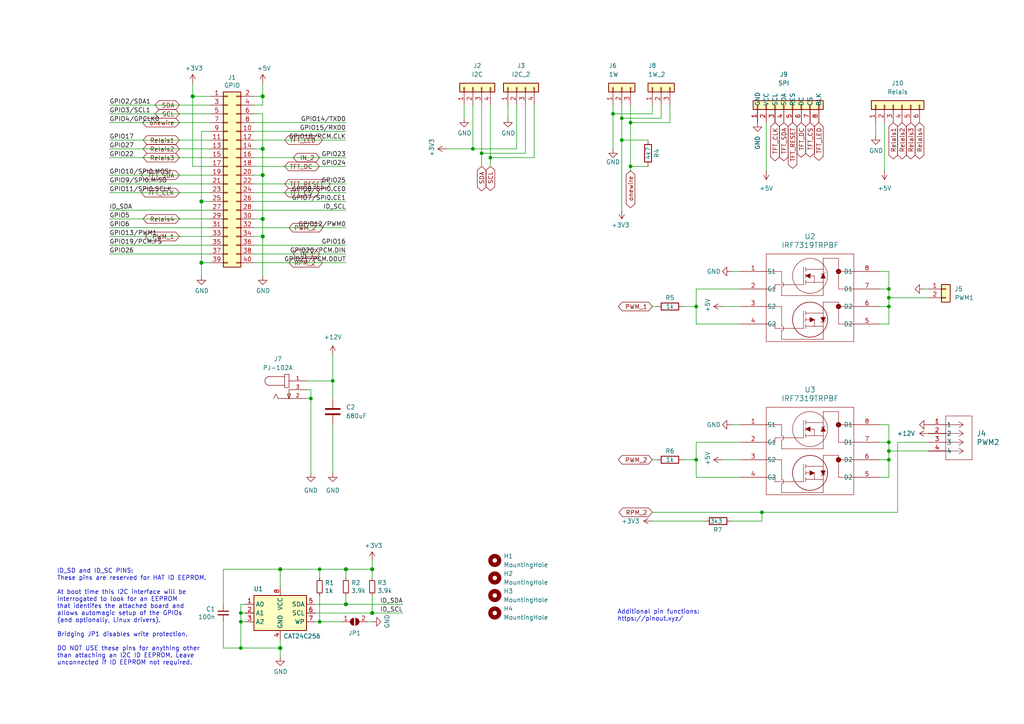
<source format=kicad_sch>
(kicad_sch (version 20230121) (generator eeschema)
  (paper "A4")
  (title_block (date "15 nov 2012"))
  (lib_symbols
    (symbol "Connector_Generic:Conn_01x02" (pin_names (offset 1.016) hide)
      (property "Reference" "J" (at 0 2.54 0))
      (property "Value" "Conn_01x02" (at 0 -5.08 0))
      (symbol "Conn_01x02_1_1"
        (pin passive line (at -5.08 0 0) (length 3.81) (name "Pin_1") (number "1"))
        (pin passive line (at -5.08 -2.54 0) (length 3.81) (name "Pin_2") (number "2"))
      )
    )
    (symbol "Connector_Generic:Conn_01x03" (pin_names (offset 1.016) hide)
      (property "Reference" "J" (at 0 5.08 0))
      (property "Value" "Conn_01x03" (at 0 -5.08 0))
      (symbol "Conn_01x03_1_1"
        (pin passive line (at -5.08 2.54 0) (length 3.81) (name "Pin_1") (number "1"))
        (pin passive line (at -5.08 0 0) (length 3.81) (name "Pin_2") (number "2"))
        (pin passive line (at -5.08 -2.54 0) (length 3.81) (name "Pin_3") (number "3"))
      )
    )
    (symbol "Connector_Generic:Conn_01x04" (pin_names (offset 1.016) hide)
      (property "Reference" "J" (at 0 5.08 0))
      (property "Value" "Conn_01x04" (at 0 -7.62 0))
      (symbol "Conn_01x04_1_1"
        (pin passive line (at -5.08 2.54 0) (length 3.81) (name "Pin_1") (number "1"))
        (pin passive line (at -5.08 0 0) (length 3.81) (name "Pin_2") (number "2"))
        (pin passive line (at -5.08 -2.54 0) (length 3.81) (name "Pin_3") (number "3"))
        (pin passive line (at -5.08 -5.08 0) (length 3.81) (name "Pin_4") (number "4"))
      )
    )
    (symbol "Connector_Generic:Conn_01x06" (pin_names (offset 1.016) hide)
      (property "Reference" "J" (at 0 7.62 0))
      (property "Value" "Conn_01x06" (at 0 -10.16 0))
      (symbol "Conn_01x06_1_1"
        (pin passive line (at -5.08 5.08 0) (length 3.81) (name "Pin_1") (number "1"))
        (pin passive line (at -5.08 2.54 0) (length 3.81) (name "Pin_2") (number "2"))
        (pin passive line (at -5.08 0 0) (length 3.81) (name "Pin_3") (number "3"))
        (pin passive line (at -5.08 -2.54 0) (length 3.81) (name "Pin_4") (number "4"))
        (pin passive line (at -5.08 -5.08 0) (length 3.81) (name "Pin_5") (number "5"))
        (pin passive line (at -5.08 -7.62 0) (length 3.81) (name "Pin_6") (number "6"))
      )
    )
    (symbol "Connector_Generic:Conn_02x20_Odd_Even" (pin_names (offset 1.016) hide)
      (property "Reference" "J" (at 1.27 25.4 0))
      (property "Value" "Conn_02x20_Odd_Even" (at 1.27 -27.94 0))
      (symbol "Conn_02x20_Odd_Even_1_1"
        (pin passive line (at -5.08 22.86 0) (length 3.81) (name "Pin_1") (number "1"))
        (pin passive line (at 7.62 12.7 180) (length 3.81) (name "Pin_10") (number "10"))
        (pin passive line (at -5.08 10.16 0) (length 3.81) (name "Pin_11") (number "11"))
        (pin passive line (at 7.62 10.16 180) (length 3.81) (name "Pin_12") (number "12"))
        (pin passive line (at -5.08 7.62 0) (length 3.81) (name "Pin_13") (number "13"))
        (pin passive line (at 7.62 7.62 180) (length 3.81) (name "Pin_14") (number "14"))
        (pin passive line (at -5.08 5.08 0) (length 3.81) (name "Pin_15") (number "15"))
        (pin passive line (at 7.62 5.08 180) (length 3.81) (name "Pin_16") (number "16"))
        (pin passive line (at -5.08 2.54 0) (length 3.81) (name "Pin_17") (number "17"))
        (pin passive line (at 7.62 2.54 180) (length 3.81) (name "Pin_18") (number "18"))
        (pin passive line (at -5.08 0 0) (length 3.81) (name "Pin_19") (number "19"))
        (pin passive line (at 7.62 22.86 180) (length 3.81) (name "Pin_2") (number "2"))
        (pin passive line (at 7.62 0 180) (length 3.81) (name "Pin_20") (number "20"))
        (pin passive line (at -5.08 -2.54 0) (length 3.81) (name "Pin_21") (number "21"))
        (pin passive line (at 7.62 -2.54 180) (length 3.81) (name "Pin_22") (number "22"))
        (pin passive line (at -5.08 -5.08 0) (length 3.81) (name "Pin_23") (number "23"))
        (pin passive line (at 7.62 -5.08 180) (length 3.81) (name "Pin_24") (number "24"))
        (pin passive line (at -5.08 -7.62 0) (length 3.81) (name "Pin_25") (number "25"))
        (pin passive line (at 7.62 -7.62 180) (length 3.81) (name "Pin_26") (number "26"))
        (pin passive line (at -5.08 -10.16 0) (length 3.81) (name "Pin_27") (number "27"))
        (pin passive line (at 7.62 -10.16 180) (length 3.81) (name "Pin_28") (number "28"))
        (pin passive line (at -5.08 -12.7 0) (length 3.81) (name "Pin_29") (number "29"))
        (pin passive line (at -5.08 20.32 0) (length 3.81) (name "Pin_3") (number "3"))
        (pin passive line (at 7.62 -12.7 180) (length 3.81) (name "Pin_30") (number "30"))
        (pin passive line (at -5.08 -15.24 0) (length 3.81) (name "Pin_31") (number "31"))
        (pin passive line (at 7.62 -15.24 180) (length 3.81) (name "Pin_32") (number "32"))
        (pin passive line (at -5.08 -17.78 0) (length 3.81) (name "Pin_33") (number "33"))
        (pin passive line (at 7.62 -17.78 180) (length 3.81) (name "Pin_34") (number "34"))
        (pin passive line (at -5.08 -20.32 0) (length 3.81) (name "Pin_35") (number "35"))
        (pin passive line (at 7.62 -20.32 180) (length 3.81) (name "Pin_36") (number "36"))
        (pin passive line (at -5.08 -22.86 0) (length 3.81) (name "Pin_37") (number "37"))
        (pin passive line (at 7.62 -22.86 180) (length 3.81) (name "Pin_38") (number "38"))
        (pin passive line (at -5.08 -25.4 0) (length 3.81) (name "Pin_39") (number "39"))
        (pin passive line (at 7.62 20.32 180) (length 3.81) (name "Pin_4") (number "4"))
        (pin passive line (at 7.62 -25.4 180) (length 3.81) (name "Pin_40") (number "40"))
        (pin passive line (at -5.08 17.78 0) (length 3.81) (name "Pin_5") (number "5"))
        (pin passive line (at 7.62 17.78 180) (length 3.81) (name "Pin_6") (number "6"))
        (pin passive line (at -5.08 15.24 0) (length 3.81) (name "Pin_7") (number "7"))
        (pin passive line (at 7.62 15.24 180) (length 3.81) (name "Pin_8") (number "8"))
        (pin passive line (at -5.08 12.7 0) (length 3.81) (name "Pin_9") (number "9"))
      )
    )
    (symbol "Device:C_Small" (pin_numbers hide) (pin_names (offset 0.254) hide)
      (property "Reference" "C" (at 0.254 1.778 0))
      (property "Value" "C_Small" (at 0.254 -2.032 0))
      (symbol "C_Small_1_1"
        (pin passive line (at 0 2.54 270) (length 2.032) (name "~") (number "1"))
        (pin passive line (at 0 -2.54 90) (length 2.032) (name "~") (number "2"))
      )
    )
    (symbol "Device:R_Small" (pin_numbers hide) (pin_names (offset 0.254) hide)
      (property "Reference" "R" (at 0.762 0.508 0))
      (property "Value" "R_Small" (at 0.762 -1.016 0))
      (symbol "R_Small_1_1"
        (pin passive line (at 0 2.54 270) (length 0.762) (name "~") (number "1"))
        (pin passive line (at 0 -2.54 90) (length 0.762) (name "~") (number "2"))
      )
    )
    (symbol "IRF7319TRPBF:IRF7319TRPBF" (pin_names (offset 0.254))
      (property "Reference" "U" (at 20.32 10.16 0))
      (property "Value" "IRF7319TRPBF" (at 20.32 7.62 0))
      (symbol "IRF7319TRPBF_0_1"
        (pin unspecified line (at 0 0 0) (length 7.62) (name "S1") (number "1"))
        (pin unspecified line (at 0 -5.08 0) (length 7.62) (name "G1") (number "2"))
        (pin unspecified line (at 0 -10.16 0) (length 7.62) (name "S2") (number "3"))
        (pin unspecified line (at 0 -15.24 0) (length 7.62) (name "G2") (number "4"))
        (pin unspecified line (at 40.64 -15.24 180) (length 7.62) (name "D2") (number "5"))
        (pin unspecified line (at 40.64 -10.16 180) (length 7.62) (name "D2") (number "6"))
        (pin unspecified line (at 40.64 -5.08 180) (length 7.62) (name "D1") (number "7"))
        (pin unspecified line (at 40.64 0 180) (length 7.62) (name "D1") (number "8"))
      )
    )
    (symbol "Jumper:SolderJumper_2_Open" (pin_names (offset 0) hide)
      (property "Reference" "JP" (at 0 2.032 0))
      (property "Value" "SolderJumper_2_Open" (at 0 -2.54 0))
      (symbol "SolderJumper_2_Open_1_1"
        (pin passive line (at -3.81 0 0) (length 2.54) (name "A") (number "1"))
        (pin passive line (at 3.81 0 180) (length 2.54) (name "B") (number "2"))
      )
    )
    (symbol "Memory_EEPROM:CAT24C256"
      (property "Reference" "U" (at -6.35 6.35 0))
      (property "Value" "CAT24C256" (at 1.27 6.35 0))
      (symbol "CAT24C256_1_1"
        (pin input line (at -10.16 2.54 0) (length 2.54) (name "A0") (number "1"))
        (pin input line (at -10.16 0 0) (length 2.54) (name "A1") (number "2"))
        (pin input line (at -10.16 -2.54 0) (length 2.54) (name "A2") (number "3"))
        (pin power_in line (at 0 -7.62 90) (length 2.54) (name "GND") (number "4"))
        (pin bidirectional line (at 10.16 2.54 180) (length 2.54) (name "SDA") (number "5"))
        (pin input line (at 10.16 0 180) (length 2.54) (name "SCL") (number "6"))
        (pin input line (at 10.16 -2.54 180) (length 2.54) (name "WP") (number "7"))
        (pin power_in line (at 0 7.62 270) (length 2.54) (name "VCC") (number "8"))
      )
    )
    (symbol "PJ_102A:PJ-102A" (pin_names (offset 1.016) hide)
      (property "Reference" "J" (at -7.62 5.08 0))
      (property "Value" "PJ-102A" (at -7.62 -5.08 0))
      (symbol "PJ-102A_0_0"
        (pin passive line (at 5.08 2.54 180) (length 5.08) (name "~") (number "1"))
        (pin passive line (at 5.08 -2.54 180) (length 5.08) (name "~") (number "2"))
        (pin passive line (at 5.08 0 180) (length 5.08) (name "~") (number "3"))
      )
    )
    (symbol "dcc_led_lib:C" (pin_numbers hide) (pin_names (offset 0.254))
      (property "Reference" "C" (at 0.635 2.54 0))
      (property "Value" "C" (at 0.635 -2.54 0))
      (symbol "C_1_1"
        (pin passive line (at 0 3.81 270) (length 2.794) (name "~") (number "1"))
        (pin passive line (at 0 -3.81 90) (length 2.794) (name "~") (number "2"))
      )
    )
    (symbol "dcc_led_lib:MountingHole" (pin_names (offset 1.016))
      (property "Reference" "H" (at 0 5.08 0))
      (property "Value" "MountingHole" (at 0 3.175 0))
    )
    (symbol "dcc_led_lib:R" (pin_numbers hide) (pin_names (offset 0))
      (property "Reference" "R" (at 2.032 0 90))
      (property "Value" "R" (at 0 0 90))
      (symbol "R_1_1"
        (pin passive line (at 0 3.81 270) (length 1.27) (name "~") (number "1"))
        (pin passive line (at 0 -3.81 90) (length 1.27) (name "~") (number "2"))
      )
    )
    (symbol "ownlib:2.0_TFT_240x320_RGB" (pin_names (offset 1.016))
      (property "Reference" "J" (at 0 10.16 0))
      (property "Value" "2.0_TFT_240x320_RGB" (at 0 -12.7 0))
      (symbol "2.0_TFT_240x320_RGB_1_1"
        (pin passive line (at -5.08 7.62 0) (length 3.81) (name "GND") (number "1"))
        (pin passive line (at -5.08 5.08 0) (length 3.81) (name "VCC") (number "2"))
        (pin passive line (at -5.08 2.54 0) (length 3.81) (name "SCL") (number "3"))
        (pin passive line (at -5.08 0 0) (length 3.81) (name "SDA") (number "4"))
        (pin passive line (at -5.08 -2.54 0) (length 3.81) (name "RES") (number "5"))
        (pin passive line (at -5.08 -5.08 0) (length 3.81) (name "DC") (number "6"))
        (pin passive line (at -5.08 -7.62 0) (length 3.81) (name "CS") (number "7"))
        (pin passive line (at -5.08 -10.16 0) (length 3.81) (name "BLK") (number "8"))
      )
    )
    (symbol "power:+12V" (power) (pin_names (offset 0))
      (property "Value" "+12V" (at 0 3.556 0))
      (symbol "+12V_1_1"
        (pin power_in line (at 0 0 90) (length 0) hide (name "+12V") (number "1"))
      )
    )
    (symbol "power:+3.3V" (power) (pin_names (offset 0))
      (property "Value" "+3.3V" (at 0 3.556 0))
      (symbol "+3.3V_1_1"
        (pin power_in line (at 0 0 90) (length 0) hide (name "+3V3") (number "1"))
      )
    )
    (symbol "power:+5V" (power) (pin_names (offset 0))
      (property "Value" "+5V" (at 0 3.556 0))
      (symbol "+5V_1_1"
        (pin power_in line (at 0 0 90) (length 0) hide (name "+5V") (number "1"))
      )
    )
    (symbol "power:GND" (power) (pin_names (offset 0))
      (property "Value" "GND" (at 0 -3.81 0))
      (symbol "GND_1_1"
        (pin power_in line (at 0 0 270) (length 0) hide (name "GND") (number "1"))
      )
    )
    (symbol "pwm_header_4pin:470531000" (pin_names (offset 0.254))
      (property "Reference" "J" (at 8.89 6.35 0))
      (property "Value" "470531000" (at 0 0 0))
      (symbol "470531000_1_1"
        (pin unspecified line (at 0 0 0) (length 5.08) (name "1") (number "1"))
        (pin unspecified line (at 0 -2.54 0) (length 5.08) (name "2") (number "2"))
        (pin unspecified line (at 0 -5.08 0) (length 5.08) (name "3") (number "3"))
        (pin unspecified line (at 0 -7.62 0) (length 5.08) (name "4") (number "4"))
      )
      (symbol "470531000_1_2"
        (pin unspecified line (at 0 0 0) (length 5.08) (name "1") (number "1"))
        (pin unspecified line (at 0 -2.54 0) (length 5.08) (name "2") (number "2"))
        (pin unspecified line (at 0 -5.08 0) (length 5.08) (name "3") (number "3"))
        (pin unspecified line (at 0 -7.62 0) (length 5.08) (name "4") (number "4"))
      )
    )
  )
  (junction (at 137.16 43.18))
  (junction (at 257.81 83.82))
  (junction (at 76.2 63.5) (diameter 1.016))
  (junction (at 107.95 165.1) (diameter 1.016))
  (junction (at 257.81 88.9))
  (junction (at 55.88 27.94) (diameter 1.016))
  (junction (at 257.81 128.27))
  (junction (at 76.2 68.58) (diameter 1.016))
  (junction (at 100.33 175.26) (diameter 1.016))
  (junction (at 257.81 86.36))
  (junction (at 220.98 148.59))
  (junction (at 92.71 165.1))
  (junction (at 257.81 130.81))
  (junction (at 180.34 34.29))
  (junction (at 69.85 180.34))
  (junction (at 58.42 58.42) (diameter 1.016))
  (junction (at 182.88 48.26))
  (junction (at 96.52 110.49))
  (junction (at 90.17 115.57))
  (junction (at 76.2 50.8) (diameter 1.016))
  (junction (at 142.24 45.72))
  (junction (at 201.93 88.9))
  (junction (at 201.93 133.35))
  (junction (at 76.2 43.18) (diameter 1.016))
  (junction (at 100.33 165.1) (diameter 1.016))
  (junction (at 177.8 33.02))
  (junction (at 182.88 35.56))
  (junction (at 139.7 44.45))
  (junction (at 257.81 133.35))
  (junction (at 81.28 187.96) (diameter 1.016))
  (junction (at 81.28 165.1) (diameter 1.016))
  (junction (at 92.71 180.34))
  (junction (at 69.85 187.96))
  (junction (at 180.34 40.64))
  (junction (at 58.42 76.2) (diameter 1.016))
  (junction (at 69.85 177.8))
  (junction (at 76.2 27.94) (diameter 1.016))
  (junction (at 107.95 177.8) (diameter 1.016))
  (wire (pts (xy 209.55 133.35) (xy 214.63 133.35)))
  (wire (pts (xy 58.42 58.42) (xy 58.42 76.2)))
  (wire (pts (xy 96.52 123.19) (xy 96.52 137.16)))
  (wire (pts (xy 73.66 58.42) (xy 100.33 58.42)))
  (wire (pts (xy 69.85 177.8) (xy 69.85 180.34)))
  (wire (pts (xy 257.81 86.36) (xy 269.24 86.36)))
  (wire (pts (xy 31.75 40.64) (xy 60.96 40.64)))
  (wire (pts (xy 81.28 165.1) (xy 92.71 165.1)))
  (wire (pts (xy 107.95 165.1) (xy 100.33 165.1)))
  (wire (pts (xy 107.95 167.64) (xy 107.95 165.1)))
  (wire (pts (xy 76.2 33.02) (xy 76.2 43.18)))
  (wire (pts (xy 257.81 83.82) (xy 257.81 78.74)))
  (wire (pts (xy 76.2 50.8) (xy 73.66 50.8)))
  (wire (pts (xy 189.23 30.48) (xy 189.23 33.02)))
  (wire (pts (xy 76.2 63.5) (xy 76.2 68.58)))
  (wire (pts (xy 177.8 30.48) (xy 177.8 33.02)))
  (wire (pts (xy 73.66 45.72) (xy 100.33 45.72)))
  (wire (pts (xy 201.93 133.35) (xy 201.93 138.43)))
  (wire (pts (xy 214.63 83.82) (xy 201.93 83.82)))
  (wire (pts (xy 198.12 88.9) (xy 201.93 88.9)))
  (wire (pts (xy 96.52 115.57) (xy 96.52 110.49)))
  (wire (pts (xy 255.27 128.27) (xy 257.81 128.27)))
  (wire (pts (xy 194.31 35.56) (xy 182.88 35.56)))
  (wire (pts (xy 257.81 78.74) (xy 255.27 78.74)))
  (wire (pts (xy 76.2 50.8) (xy 76.2 63.5)))
  (wire (pts (xy 255.27 88.9) (xy 257.81 88.9)))
  (wire (pts (xy 73.66 35.56) (xy 100.33 35.56)))
  (wire (pts (xy 182.88 48.26) (xy 182.88 49.53)))
  (wire (pts (xy 96.52 102.87) (xy 96.52 110.49)))
  (wire (pts (xy 58.42 38.1) (xy 58.42 58.42)))
  (wire (pts (xy 180.34 40.64) (xy 180.34 60.96)))
  (wire (pts (xy 257.81 128.27) (xy 257.81 123.19)))
  (wire (pts (xy 91.44 175.26) (xy 100.33 175.26)))
  (wire (pts (xy 100.33 175.26) (xy 116.84 175.26)))
  (wire (pts (xy 212.09 78.74) (xy 214.63 78.74)))
  (wire (pts (xy 257.81 86.36) (xy 257.81 88.9)))
  (wire (pts (xy 58.42 38.1) (xy 60.96 38.1)))
  (wire (pts (xy 91.44 180.34) (xy 92.71 180.34)))
  (wire (pts (xy 106.68 180.34) (xy 107.95 180.34)))
  (wire (pts (xy 73.66 55.88) (xy 100.33 55.88)))
  (wire (pts (xy 189.23 151.13) (xy 204.47 151.13)))
  (wire (pts (xy 31.75 60.96) (xy 60.96 60.96)))
  (wire (pts (xy 190.5 133.35) (xy 189.23 133.35)))
  (wire (pts (xy 189.23 148.59) (xy 220.98 148.59)))
  (wire (pts (xy 214.63 128.27) (xy 201.93 128.27)))
  (wire (pts (xy 31.75 63.5) (xy 60.96 63.5)))
  (wire (pts (xy 149.86 30.48) (xy 149.86 43.18)))
  (wire (pts (xy 58.42 58.42) (xy 60.96 58.42)))
  (wire (pts (xy 107.95 162.56) (xy 107.95 165.1)))
  (wire (pts (xy 254 35.56) (xy 254 39.37)))
  (wire (pts (xy 81.28 165.1) (xy 81.28 170.18)))
  (wire (pts (xy 147.32 30.48) (xy 147.32 34.29)))
  (wire (pts (xy 257.81 138.43) (xy 257.81 133.35)))
  (wire (pts (xy 180.34 30.48) (xy 180.34 34.29)))
  (wire (pts (xy 256.54 35.56) (xy 256.54 49.53)))
  (wire (pts (xy 73.66 76.2) (xy 100.33 76.2)))
  (wire (pts (xy 58.42 76.2) (xy 58.42 80.01)))
  (wire (pts (xy 31.75 43.18) (xy 60.96 43.18)))
  (wire (pts (xy 107.95 172.72) (xy 107.95 177.8)))
  (wire (pts (xy 55.88 24.13) (xy 55.88 27.94)))
  (wire (pts (xy 180.34 34.29) (xy 180.34 40.64)))
  (wire (pts (xy 152.4 30.48) (xy 152.4 44.45)))
  (wire (pts (xy 177.8 33.02) (xy 177.8 43.18)))
  (wire (pts (xy 31.75 73.66) (xy 60.96 73.66)))
  (wire (pts (xy 76.2 68.58) (xy 73.66 68.58)))
  (wire (pts (xy 201.93 88.9) (xy 201.93 93.98)))
  (wire (pts (xy 31.75 33.02) (xy 60.96 33.02)))
  (wire (pts (xy 90.17 113.03) (xy 90.17 115.57)))
  (wire (pts (xy 182.88 48.26) (xy 187.96 48.26)))
  (wire (pts (xy 194.31 30.48) (xy 194.31 35.56)))
  (wire (pts (xy 255.27 93.98) (xy 257.81 93.98)))
  (wire (pts (xy 269.24 128.27) (xy 260.35 128.27)))
  (wire (pts (xy 31.75 55.88) (xy 60.96 55.88)))
  (wire (pts (xy 201.93 128.27) (xy 201.93 133.35)))
  (wire (pts (xy 257.81 130.81) (xy 269.24 130.81)))
  (wire (pts (xy 201.93 138.43) (xy 214.63 138.43)))
  (wire (pts (xy 31.75 35.56) (xy 60.96 35.56)))
  (wire (pts (xy 55.88 48.26) (xy 60.96 48.26)))
  (wire (pts (xy 260.35 148.59) (xy 220.98 148.59)))
  (wire (pts (xy 60.96 30.48) (xy 31.75 30.48)))
  (wire (pts (xy 76.2 27.94) (xy 76.2 30.48)))
  (wire (pts (xy 92.71 172.72) (xy 92.71 180.34)))
  (wire (pts (xy 180.34 40.64) (xy 187.96 40.64)))
  (wire (pts (xy 76.2 43.18) (xy 76.2 50.8)))
  (wire (pts (xy 220.98 151.13) (xy 220.98 148.59)))
  (wire (pts (xy 73.66 40.64) (xy 100.33 40.64)))
  (wire (pts (xy 76.2 43.18) (xy 73.66 43.18)))
  (wire (pts (xy 212.09 151.13) (xy 220.98 151.13)))
  (wire (pts (xy 92.71 165.1) (xy 92.71 167.64)))
  (wire (pts (xy 90.17 113.03) (xy 88.9 113.03)))
  (wire (pts (xy 257.81 83.82) (xy 257.81 86.36)))
  (wire (pts (xy 76.2 24.13) (xy 76.2 27.94)))
  (wire (pts (xy 134.62 34.29) (xy 134.62 30.48)))
  (wire (pts (xy 100.33 165.1) (xy 100.33 167.64)))
  (wire (pts (xy 76.2 27.94) (xy 73.66 27.94)))
  (wire (pts (xy 55.88 27.94) (xy 55.88 48.26)))
  (wire (pts (xy 267.97 83.82) (xy 269.24 83.82)))
  (wire (pts (xy 69.85 180.34) (xy 71.12 180.34)))
  (wire (pts (xy 73.66 48.26) (xy 100.33 48.26)))
  (wire (pts (xy 73.66 38.1) (xy 100.33 38.1)))
  (wire (pts (xy 100.33 172.72) (xy 100.33 175.26)))
  (wire (pts (xy 201.93 93.98) (xy 214.63 93.98)))
  (wire (pts (xy 91.44 177.8) (xy 107.95 177.8)))
  (wire (pts (xy 107.95 177.8) (xy 116.84 177.8)))
  (wire (pts (xy 69.85 175.26) (xy 69.85 177.8)))
  (wire (pts (xy 31.75 45.72) (xy 60.96 45.72)))
  (wire (pts (xy 31.75 53.34) (xy 60.96 53.34)))
  (wire (pts (xy 92.71 180.34) (xy 99.06 180.34)))
  (wire (pts (xy 201.93 83.82) (xy 201.93 88.9)))
  (wire (pts (xy 154.94 45.72) (xy 142.24 45.72)))
  (wire (pts (xy 260.35 128.27) (xy 260.35 148.59)))
  (wire (pts (xy 90.17 115.57) (xy 90.17 137.16)))
  (wire (pts (xy 139.7 44.45) (xy 152.4 44.45)))
  (wire (pts (xy 191.77 34.29) (xy 180.34 34.29)))
  (wire (pts (xy 31.75 71.12) (xy 60.96 71.12)))
  (wire (pts (xy 31.75 66.04) (xy 60.96 66.04)))
  (wire (pts (xy 190.5 88.9) (xy 189.23 88.9)))
  (wire (pts (xy 139.7 44.45) (xy 139.7 30.48)))
  (wire (pts (xy 76.2 30.48) (xy 73.66 30.48)))
  (wire (pts (xy 198.12 133.35) (xy 201.93 133.35)))
  (wire (pts (xy 149.86 43.18) (xy 137.16 43.18)))
  (wire (pts (xy 88.9 115.57) (xy 90.17 115.57)))
  (wire (pts (xy 73.66 71.12) (xy 100.33 71.12)))
  (wire (pts (xy 142.24 45.72) (xy 142.24 30.48)))
  (wire (pts (xy 255.27 138.43) (xy 257.81 138.43)))
  (wire (pts (xy 73.66 66.04) (xy 100.33 66.04)))
  (wire (pts (xy 58.42 76.2) (xy 60.96 76.2)))
  (wire (pts (xy 255.27 133.35) (xy 257.81 133.35)))
  (wire (pts (xy 73.66 73.66) (xy 100.33 73.66)))
  (wire (pts (xy 92.71 165.1) (xy 100.33 165.1)))
  (wire (pts (xy 182.88 30.48) (xy 182.88 35.56)))
  (wire (pts (xy 76.2 33.02) (xy 73.66 33.02)))
  (wire (pts (xy 142.24 45.72) (xy 142.24 48.26)))
  (wire (pts (xy 209.55 88.9) (xy 214.63 88.9)))
  (wire (pts (xy 257.81 123.19) (xy 255.27 123.19)))
  (wire (pts (xy 212.09 123.19) (xy 214.63 123.19)))
  (wire (pts (xy 189.23 33.02) (xy 177.8 33.02)))
  (wire (pts (xy 139.7 48.26) (xy 139.7 44.45)))
  (wire (pts (xy 64.77 165.1) (xy 64.77 175.26)))
  (wire (pts (xy 64.77 180.34) (xy 64.77 187.96)))
  (wire (pts (xy 64.77 187.96) (xy 69.85 187.96)))
  (wire (pts (xy 81.28 165.1) (xy 64.77 165.1)))
  (wire (pts (xy 81.28 185.42) (xy 81.28 187.96)))
  (wire (pts (xy 81.28 187.96) (xy 81.28 190.5)))
  (wire (pts (xy 154.94 30.48) (xy 154.94 45.72)))
  (wire (pts (xy 71.12 175.26) (xy 69.85 175.26)))
  (wire (pts (xy 76.2 68.58) (xy 76.2 80.01)))
  (wire (pts (xy 73.66 53.34) (xy 100.33 53.34)))
  (wire (pts (xy 31.75 68.58) (xy 60.96 68.58)))
  (wire (pts (xy 182.88 35.56) (xy 182.88 48.26)))
  (wire (pts (xy 257.81 128.27) (xy 257.81 130.81)))
  (wire (pts (xy 69.85 180.34) (xy 69.85 187.96)))
  (wire (pts (xy 191.77 30.48) (xy 191.77 34.29)))
  (wire (pts (xy 76.2 63.5) (xy 73.66 63.5)))
  (wire (pts (xy 257.81 93.98) (xy 257.81 88.9)))
  (wire (pts (xy 255.27 83.82) (xy 257.81 83.82)))
  (wire (pts (xy 137.16 43.18) (xy 137.16 30.48)))
  (wire (pts (xy 55.88 27.94) (xy 60.96 27.94)))
  (wire (pts (xy 69.85 187.96) (xy 81.28 187.96)))
  (wire (pts (xy 69.85 177.8) (xy 71.12 177.8)))
  (wire (pts (xy 257.81 130.81) (xy 257.81 133.35)))
  (wire (pts (xy 88.9 110.49) (xy 96.52 110.49)))
  (wire (pts (xy 222.25 35.56) (xy 222.25 49.53)))
  (wire (pts (xy 129.54 43.18) (xy 137.16 43.18)))
  (wire (pts (xy 60.96 50.8) (xy 31.75 50.8)))
  (wire (pts (xy 73.66 60.96) (xy 100.33 60.96)))
  (text "ID_SD and ID_SC PINS:\nThese pins are reserved for HAT ID EEPROM.\n\nAt boot time this I2C interface will be\ninterrogated to look for an EEPROM\nthat identifes the attached board and\nallows automagic setup of the GPIOs\n(and optionally, Linux drivers).\n\nBridging JP1 disables write protection.\n\nDO NOT USE these pins for anything other\nthan attaching an I2C ID EEPROM. Leave\nunconnected if ID EEPROM not required." (at 16.51 193.04 0) (effects (font (size 1.27 1.27)) (justify left bottom)))
  (text "Additional pin functions:\nhttps://pinout.xyz/" (at 179.07 180.34 0) (effects (font (size 1.27 1.27)) (justify left bottom)))
  (label "ID_SDA" (at 31.75 60.96 0))
  (label "GPIO6" (at 31.75 66.04 0))
  (label "ID_SDA" (at 116.84 175.26 180))
  (label "ID_SCL" (at 100.33 60.96 180))
  (label "GPIO5" (at 31.75 63.5 0))
  (label "GPIO21{slash}PCM.DOUT" (at 100.33 76.2 180))
  (label "GPIO19{slash}PCM.FS" (at 31.75 71.12 0))
  (label "GPIO10{slash}SPI0.MOSI" (at 31.75 50.8 0))
  (label "GPIO9{slash}SPI0.MISO" (at 31.75 53.34 0))
  (label "GPIO23" (at 100.33 45.72 180))
  (label "GPIO4{slash}GPCLK0" (at 31.75 35.56 0))
  (label "GPIO27" (at 31.75 43.18 0))
  (label "GPIO26" (at 31.75 73.66 0))
  (label "GPIO14{slash}TXD0" (at 100.33 35.56 180))
  (label "GPIO8{slash}SPI0.CE0" (at 100.33 55.88 180))
  (label "GPIO15{slash}RXD0" (at 100.33 38.1 180))
  (label "GPIO16" (at 100.33 71.12 180))
  (label "GPIO22" (at 31.75 45.72 0))
  (label "GPIO2{slash}SDA1" (at 31.75 30.48 0))
  (label "GPIO17" (at 31.75 40.64 0))
  (label "GPIO25" (at 100.33 53.34 180))
  (label "GPIO3{slash}SCL1" (at 31.75 33.02 0))
  (label "GPIO18{slash}PCM.CLK" (at 100.33 40.64 180))
  (label "GPIO12{slash}PWM0" (at 100.33 66.04 180))
  (label "GPIO13{slash}PWM1" (at 31.75 68.58 0))
  (label "GPIO20{slash}PCM.DIN" (at 100.33 73.66 180))
  (label "GPIO24" (at 100.33 48.26 180))
  (label "GPIO7{slash}SPI0.CE1" (at 100.33 58.42 180))
  (label "ID_SCL" (at 116.84 177.8 180))
  (label "GPIO11{slash}SPI0.SCLK" (at 31.75 55.88 0))
  (global_label "TFT_LED" (shape bidirectional) (at 237.49 35.56 270) (property "Intersheetrefs" "${INTERSHEET_REFS}" (effects hide)))
  (global_label "PWM_2" (shape bidirectional) (at 189.23 133.35 180) (property "Intersheetrefs" "${INTERSHEET_REFS}" (effects hide)))
  (global_label "Relais1" (shape bidirectional) (at 52.07 40.64 180) (property "Intersheetrefs" "${INTERSHEET_REFS}" (effects hide)))
  (global_label "SCL" (shape bidirectional) (at 142.24 48.26 270) (property "Intersheetrefs" "${INTERSHEET_REFS}" (effects hide)))
  (global_label "TFT_CLK" (shape bidirectional) (at 224.79 35.56 270) (property "Intersheetrefs" "${INTERSHEET_REFS}" (effects hide)))
  (global_label "Relais2" (shape bidirectional) (at 261.62 35.56 270) (property "Intersheetrefs" "${INTERSHEET_REFS}" (effects hide)))
  (global_label "Relais3" (shape bidirectional) (at 52.07 45.72 180) (property "Intersheetrefs" "${INTERSHEET_REFS}" (effects hide)))
  (global_label "RPM_2" (shape bidirectional) (at 83.82 76.2 0) (property "Intersheetrefs" "${INTERSHEET_REFS}" (effects hide)))
  (global_label "TFT_RESET" (shape bidirectional) (at 229.87 35.56 270) (property "Intersheetrefs" "${INTERSHEET_REFS}" (effects hide)))
  (global_label "Relais4" (shape bidirectional) (at 266.7 35.56 270) (property "Intersheetrefs" "${INTERSHEET_REFS}" (effects hide)))
  (global_label "TFT_DC" (shape bidirectional) (at 82.55 48.26 0) (property "Intersheetrefs" "${INTERSHEET_REFS}" (effects hide)))
  (global_label "IN_2" (shape bidirectional) (at 92.71 45.72 180) (property "Intersheetrefs" "${INTERSHEET_REFS}" (effects hide)))
  (global_label "TFT_DC" (shape bidirectional) (at 232.41 35.56 270) (property "Intersheetrefs" "${INTERSHEET_REFS}" (effects hide)))
  (global_label "Relais3" (shape bidirectional) (at 264.16 35.56 270) (property "Intersheetrefs" "${INTERSHEET_REFS}" (effects hide)))
  (global_label "SCL" (shape bidirectional) (at 52.07 33.02 180) (property "Intersheetrefs" "${INTERSHEET_REFS}" (effects hide)))
  (global_label "TFT_CS" (shape bidirectional) (at 234.95 35.56 270) (property "Intersheetrefs" "${INTERSHEET_REFS}" (effects hide)))
  (global_label "Relais2" (shape bidirectional) (at 52.07 43.18 180) (property "Intersheetrefs" "${INTERSHEET_REFS}" (effects hide)))
  (global_label "TFT_SDA" (shape bidirectional) (at 227.33 35.56 270) (property "Intersheetrefs" "${INTERSHEET_REFS}" (effects hide)))
  (global_label "PWM_1" (shape bidirectional) (at 189.23 88.9 180) (property "Intersheetrefs" "${INTERSHEET_REFS}" (effects hide)))
  (global_label "TFT_SDA" (shape bidirectional) (at 52.07 50.8 180) (property "Intersheetrefs" "${INTERSHEET_REFS}" (effects hide)))
  (global_label "RPM_2" (shape bidirectional) (at 189.23 148.59 180) (property "Intersheetrefs" "${INTERSHEET_REFS}" (effects hide)))
  (global_label "SDA" (shape bidirectional) (at 52.07 30.48 180) (property "Intersheetrefs" "${INTERSHEET_REFS}" (effects hide)))
  (global_label "TFT_RESET" (shape bidirectional) (at 82.55 53.34 0) (property "Intersheetrefs" "${INTERSHEET_REFS}" (effects hide)))
  (global_label "SDA" (shape bidirectional) (at 139.7 48.26 270) (property "Intersheetrefs" "${INTERSHEET_REFS}" (effects hide)))
  (global_label "TFT_CLK" (shape bidirectional) (at 52.07 55.88 180) (property "Intersheetrefs" "${INTERSHEET_REFS}" (effects hide)))
  (global_label "PWM_2" (shape bidirectional) (at 83.82 66.04 0) (property "Intersheetrefs" "${INTERSHEET_REFS}" (effects hide)))
  (global_label "TFT_LED" (shape bidirectional) (at 82.55 40.64 0) (property "Intersheetrefs" "${INTERSHEET_REFS}" (effects hide)))
  (global_label "IN_1" (shape bidirectional) (at 92.71 73.66 180) (property "Intersheetrefs" "${INTERSHEET_REFS}" (effects hide)))
  (global_label "onewire" (shape bidirectional) (at 52.07 35.56 180) (property "Intersheetrefs" "${INTERSHEET_REFS}" (effects hide)))
  (global_label "PWM_1" (shape bidirectional) (at 52.07 68.58 180) (property "Intersheetrefs" "${INTERSHEET_REFS}" (effects hide)))
  (global_label "Relais4" (shape bidirectional) (at 52.07 63.5 180) (property "Intersheetrefs" "${INTERSHEET_REFS}" (effects hide)))
  (global_label "TFT_CS" (shape bidirectional) (at 82.55 55.88 0) (property "Intersheetrefs" "${INTERSHEET_REFS}" (effects hide)))
  (global_label "onewire" (shape bidirectional) (at 182.88 49.53 270) (property "Intersheetrefs" "${INTERSHEET_REFS}" (effects hide)))
  (global_label "Relais1" (shape bidirectional) (at 259.08 35.56 270) (property "Intersheetrefs" "${INTERSHEET_REFS}" (effects hide)))
  (symbol (lib_id "power:+5V") (at 76.2 24.13 0) (unit 1)
    (property "Reference" "#PWR03" (effects hide))
    (property "Value" "+5V" (at 76.5683 19.8056 0))
  )
  (symbol (lib_id "power:+3.3V") (at 55.88 24.13 0) (unit 1)
    (property "Reference" "#PWR01" (effects hide))
    (property "Value" "+3.3V" (at 56.2483 19.8056 0))
  )
  (symbol (lib_id "power:GND") (at 76.2 80.01 0) (unit 1)
    (property "Reference" "#PWR04" (effects hide))
    (property "Value" "GND" (at 76.3143 84.3344 0))
  )
  (symbol (lib_id "power:GND") (at 58.42 80.01 0) (unit 1)
    (property "Reference" "#PWR02" (effects hide))
    (property "Value" "GND" (at 58.5343 84.3344 0))
  )
  (symbol (lib_id "Connector_Generic:Conn_02x20_Odd_Even") (at 66.04 50.8 0) (unit 1)
    (property "Reference" "J1" (at 67.31 22.4598 0))
    (property "Value" "GPIO" (at 67.31 24.765 0))
    (property "Footprint" "Connector_PinSocket_2.54mm:PinSocket_2x20_P2.54mm_Vertical" (effects hide))
  )
  (symbol (lib_id "power:GND") (at 90.17 137.16 0) (unit 1)
    (property "Reference" "#PWR012" (effects hide))
    (property "Value" "GND" (at 90.17 142.24 0))
  )
  (symbol (lib_id "power:GND") (at 267.97 83.82 270) (unit 1)
    (property "Reference" "#PWR015" (effects hide))
    (property "Value" "GND" (effects hide))
  )
  (symbol (lib_id "power:GND") (at 96.52 137.16 0) (unit 1)
    (property "Reference" "#PWR020" (effects hide))
    (property "Value" "GND" (at 96.52 142.24 0))
  )
  (symbol (lib_id "Device:C_Small") (at 64.77 177.8 0) (unit 1)
    (property "Reference" "C1" (at 62.4458 176.6506 0) (effects (justify right)))
    (property "Value" "100n" (at 62.4458 178.9493 0) (effects (justify right)))
    (property "Footprint" "Capacitor_SMD:C_0603_1608Metric_Pad1.08x0.95mm_HandSolder" (effects hide))
  )
  (symbol (lib_id "dcc_led_lib:R") (at 194.31 88.9 90) (unit 1)
    (property "Reference" "R5" (at 194.31 86.36 90))
    (property "Value" "1k" (at 194.31 88.9 90))
    (property "Footprint" "Resistor_SMD:R_0603_1608Metric_Pad0.98x0.95mm_HandSolder" (effects hide))
  )
  (symbol (lib_id "power:+3.3V") (at 189.23 151.13 90) (unit 1)
    (property "Reference" "#PWR026" (effects hide))
    (property "Value" "+3.3V" (at 182.88 151.13 90))
  )
  (symbol (lib_id "Connector_Generic:Conn_01x03") (at 191.77 25.4 90) (unit 1)
    (property "Reference" "J8" (at 187.96 19.05 90) (effects (justify right)))
    (property "Value" "1W_2" (at 187.96 21.59 90) (effects (justify right)))
    (property "Footprint" "Connector_PinHeader_2.54mm:PinHeader_1x03_P2.54mm_Vertical" (effects hide))
  )
  (symbol (lib_id "Device:R_Small") (at 100.33 170.18 0) (unit 1)
    (property "Reference" "R2" (at 101.8286 169.037 0) (effects (justify left)))
    (property "Value" "3.9k" (at 101.8287 171.3293 0) (effects (justify left)))
    (property "Footprint" "Resistor_SMD:R_0603_1608Metric_Pad0.98x0.95mm_HandSolder" (effects hide))
  )
  (symbol (lib_id "Connector_Generic:Conn_01x04") (at 137.16 25.4 90) (unit 1)
    (property "Reference" "J2" (at 138.43 19.05 90))
    (property "Value" "I2C" (at 138.43 21.59 90))
    (property "Footprint" "TerminalBlock_MetzConnect:TerminalBlock_MetzConnect_Type059_RT06304HBWC_1x04_P3.50mm_Horizontal" (effects hide))
  )
  (symbol (lib_id "power:GND") (at 212.09 123.19 270) (unit 1)
    (property "Reference" "#PWR027" (effects hide))
    (property "Value" "GND" (at 207.01 123.19 90))
  )
  (symbol (lib_id "dcc_led_lib:R") (at 194.31 133.35 90) (unit 1)
    (property "Reference" "R6" (at 194.31 130.81 90))
    (property "Value" "1k" (at 194.31 133.35 90))
    (property "Footprint" "Resistor_SMD:R_0603_1608Metric_Pad0.98x0.95mm_HandSolder" (effects hide))
  )
  (symbol (lib_id "dcc_led_lib:MountingHole") (at 143.51 172.72 0) (unit 1)
    (property "Reference" "H3" (at 146.05 171.45 0) (effects (justify left)))
    (property "Value" "MountingHole" (at 146.05 173.99 0) (effects (justify left)))
    (property "Footprint" "MountingHole:MountingHole_2.7mm_M2.5" (effects hide))
  )
  (symbol (lib_id "power:GND") (at 134.62 34.29 0) (unit 1)
    (property "Reference" "#PWR010" (effects hide))
    (property "Value" "GND" (at 134.7343 38.6144 0))
  )
  (symbol (lib_id "power:GND") (at 219.71 35.56 0) (unit 1)
    (property "Reference" "#PWR016" (effects hide))
    (property "Value" "GND" (at 219.71 39.37 90) (effects (justify right)))
  )
  (symbol (lib_id "Device:R_Small") (at 92.71 170.18 0) (unit 1)
    (property "Reference" "R1" (at 94.2086 169.037 0) (effects (justify left)))
    (property "Value" "1k" (at 94.2087 171.3293 0) (effects (justify left)))
    (property "Footprint" "Resistor_SMD:R_0603_1608Metric_Pad0.98x0.95mm_HandSolder" (effects hide))
  )
  (symbol (lib_id "Jumper:SolderJumper_2_Open") (at 102.87 180.34 0) (unit 1)
    (property "Reference" "JP1" (at 102.87 183.623 0))
    (property "Value" "ID_WP" (effects hide))
    (property "Footprint" "Jumper:SolderJumper-2_P1.3mm_Open_RoundedPad1.0x1.5mm" (effects hide))
  )
  (symbol (lib_id "power:GND") (at 177.8 43.18 0) (unit 1)
    (property "Reference" "#PWR014" (effects hide))
    (property "Value" "GND" (at 177.8 46.99 0))
  )
  (symbol (lib_id "dcc_led_lib:C") (at 96.52 119.38 0) (unit 1)
    (property "Reference" "C2" (at 100.33 118.11 0) (effects (justify left)))
    (property "Value" "680uF" (at 100.33 120.65 0) (effects (justify left)))
    (property "Footprint" "Capacitor_SMD:C_1206_3216Metric_Pad1.33x1.80mm_HandSolder" (effects hide))
  )
  (symbol (lib_id "Device:R_Small") (at 107.95 170.18 0) (unit 1)
    (property "Reference" "R3" (at 109.4486 169.037 0) (effects (justify left)))
    (property "Value" "3.9k" (at 109.4487 171.3293 0) (effects (justify left)))
    (property "Footprint" "Resistor_SMD:R_0603_1608Metric_Pad0.98x0.95mm_HandSolder" (effects hide))
  )
  (symbol (lib_id "power:GND") (at 212.09 78.74 270) (unit 1)
    (property "Reference" "#PWR028" (effects hide))
    (property "Value" "GND" (at 207.01 78.74 90))
  )
  (symbol (lib_id "power:+3.3V") (at 107.95 162.56 0) (unit 1)
    (property "Reference" "#PWR06" (effects hide))
    (property "Value" "+3.3V" (at 108.3183 158.2356 0))
  )
  (symbol (lib_id "dcc_led_lib:MountingHole") (at 143.51 177.8 0) (unit 1)
    (property "Reference" "H4" (at 146.05 176.53 0) (effects (justify left)))
    (property "Value" "MountingHole" (at 146.05 179.07 0) (effects (justify left)))
    (property "Footprint" "MountingHole:MountingHole_2.7mm_M2.5" (effects hide))
  )
  (symbol (lib_id "ownlib:2.0_TFT_240x320_RGB") (at 227.33 30.48 90) (unit 1)
    (property "Reference" "J9" (at 227.33 21.59 90))
    (property "Value" "SPI" (at 227.33 24.13 90))
    (property "Footprint" "Connector_PinHeader_2.54mm:PinHeader_1x08_P2.54mm_Vertical" (effects hide))
  )
  (symbol (lib_id "power:GND") (at 147.32 34.29 0) (unit 1)
    (property "Reference" "#PWR011" (effects hide))
    (property "Value" "GND" (at 147.4343 38.6144 0))
  )
  (symbol (lib_id "IRF7319TRPBF:IRF7319TRPBF") (at 214.63 78.74 0) (unit 1)
    (property "Reference" "U2" (at 234.95 68.58 0) (effects (font (size 1.524 1.524))))
    (property "Value" "IRF7319TRPBF" (at 234.95 71.12 0) (effects (font (size 1.524 1.524))))
    (property "Footprint" "IRF7319TRPBF:TRANS_IRF7103TRPBF_INF" (effects hide))
    (property "Datasheet" "IRF7319TRPBF" (effects hide))
  )
  (symbol (lib_id "power:+5V") (at 209.55 88.9 90) (unit 1)
    (property "Reference" "#PWR019" (effects hide))
    (property "Value" "+5V" (at 205.2256 88.5317 0))
  )
  (symbol (lib_id "power:GND") (at 254 39.37 0) (unit 1)
    (property "Reference" "#PWR018" (effects hide))
    (property "Value" "GND" (at 254.1143 43.6944 0))
  )
  (symbol (lib_id "Memory_EEPROM:CAT24C256") (at 81.28 177.8 0) (unit 1)
    (property "Reference" "U1" (at 74.93 170.7958 0))
    (property "Value" "CAT24C256" (at 87.63 184.5245 0))
    (property "Footprint" "CAT24C256WI_GT3:SOIC8-1.27-5X4MM" (effects hide))
    (property "Datasheet" "https://www.onsemi.cn/PowerSolutions/document/CAT24C256-D.PDF" (effects hide))
  )
  (symbol (lib_id "dcc_led_lib:MountingHole") (at 143.51 167.64 0) (unit 1)
    (property "Reference" "H2" (at 146.05 166.37 0) (effects (justify left)))
    (property "Value" "MountingHole" (at 146.05 168.91 0) (effects (justify left)))
    (property "Footprint" "MountingHole:MountingHole_2.7mm_M2.5" (effects hide))
  )
  (symbol (lib_id "PJ_102A:PJ-102A") (at 83.82 113.03 0) (unit 1)
    (property "Reference" "J7" (at 80.5815 104.14 0))
    (property "Value" "PJ-102A" (at 80.5815 106.68 0))
    (property "Footprint" "PJ_102A:CUI_PJ-102A" (effects hide))
    (property "STANDARD" "Manufacturer recommendations" (effects hide))
    (property "PART_REV" "1.03" (effects hide))
    (property "MANUFACTURER" "CUI INC" (effects hide))
  )
  (symbol (lib_id "power:+3.3V") (at 129.54 43.18 90) (unit 1)
    (property "Reference" "#PWR08" (effects hide))
    (property "Value" "+3.3V" (at 125.2156 42.8117 0))
  )
  (symbol (lib_id "dcc_led_lib:R") (at 187.96 44.45 180) (unit 1)
    (property "Reference" "R4" (at 190.5 44.45 90))
    (property "Value" "4k7" (at 187.96 44.45 90))
    (property "Footprint" "Resistor_SMD:R_0603_1608Metric_Pad0.98x0.95mm_HandSolder" (effects hide))
  )
  (symbol (lib_id "power:+12V") (at 269.24 125.73 90) (unit 1)
    (property "Reference" "#PWR021" (effects hide))
    (property "Value" "+12V" (at 265.43 125.73 90) (effects (justify left)))
  )
  (symbol (lib_id "power:GND") (at 81.28 190.5 0) (unit 1)
    (property "Reference" "#PWR05" (effects hide))
    (property "Value" "GND" (at 81.3943 194.8244 0))
  )
  (symbol (lib_id "pwm_header_4pin:470531000") (at 269.24 123.19 0) (unit 1)
    (property "Reference" "J4" (at 283.21 125.73 0) (effects (font (size 1.524 1.524)) (justify left)))
    (property "Value" "PWM2" (at 283.21 128.27 0) (effects (font (size 1.524 1.524)) (justify left)))
    (property "Footprint" "pwm_header_4pin:CONN_47053-1000_MOL" (effects hide))
    (property "Datasheet" "470531000" (effects hide))
  )
  (symbol (lib_id "power:+3.3V") (at 180.34 60.96 180) (unit 1)
    (property "Reference" "#PWR023" (effects hide))
    (property "Value" "+3.3V" (at 179.9717 65.2844 0))
  )
  (symbol (lib_id "dcc_led_lib:R") (at 208.28 151.13 270) (unit 1)
    (property "Reference" "R7" (at 209.55 153.67 90) (effects (justify right)))
    (property "Value" "3k3" (at 209.55 151.13 90) (effects (justify right)))
    (property "Footprint" "Resistor_SMD:R_0603_1608Metric_Pad0.98x0.95mm_HandSolder" (effects hide))
  )
  (symbol (lib_id "IRF7319TRPBF:IRF7319TRPBF") (at 214.63 123.19 0) (unit 1)
    (property "Reference" "U3" (at 234.95 113.03 0) (effects (font (size 1.524 1.524))))
    (property "Value" "IRF7319TRPBF" (at 234.95 115.57 0) (effects (font (size 1.524 1.524))))
    (property "Footprint" "IRF7319TRPBF:TRANS_IRF7103TRPBF_INF" (effects hide))
    (property "Datasheet" "IRF7319TRPBF" (effects hide))
  )
  (symbol (lib_id "Connector_Generic:Conn_01x04") (at 149.86 25.4 90) (unit 1)
    (property "Reference" "J3" (at 151.13 19.05 90))
    (property "Value" "I2C_2" (at 151.13 21.59 90))
    (property "Footprint" "Connector_PinHeader_2.54mm:PinHeader_1x04_P2.54mm_Vertical" (effects hide))
  )
  (symbol (lib_id "power:+5V") (at 209.55 133.35 90) (unit 1)
    (property "Reference" "#PWR029" (effects hide))
    (property "Value" "+5V" (at 205.2256 132.9817 0))
  )
  (symbol (lib_id "Connector_Generic:Conn_01x06") (at 259.08 30.48 90) (unit 1)
    (property "Reference" "J10" (at 260.35 24.13 90))
    (property "Value" "Relais" (at 260.35 26.67 90))
    (property "Footprint" "Connector_PinHeader_2.54mm:PinHeader_1x06_P2.54mm_Vertical" (effects hide))
  )
  (symbol (lib_id "Connector_Generic:Conn_01x03") (at 180.34 25.4 90) (unit 1)
    (property "Reference" "J6" (at 176.53 19.05 90) (effects (justify right)))
    (property "Value" "1W" (at 176.53 21.59 90) (effects (justify right)))
    (property "Footprint" "TerminalBlock_MetzConnect:TerminalBlock_MetzConnect_Type059_RT06303HBWC_1x03_P3.50mm_Horizontal" (effects hide))
  )
  (symbol (lib_id "Connector_Generic:Conn_01x02") (at 274.32 83.82 0) (unit 1)
    (property "Reference" "J5" (at 276.86 83.82 0) (effects (justify left)))
    (property "Value" "PWM1" (at 276.86 86.36 0) (effects (justify left)))
    (property "Footprint" "TerminalBlock_MetzConnect:TerminalBlock_MetzConnect_Type059_RT06302HBWC_1x02_P3.50mm_Horizontal" (effects hide))
  )
  (symbol (lib_id "power:GND") (at 269.24 123.19 270) (unit 1)
    (property "Reference" "#PWR030" (effects hide))
    (property "Value" "GND" (effects hide))
  )
  (symbol (lib_id "dcc_led_lib:MountingHole") (at 143.51 162.56 0) (unit 1)
    (property "Reference" "H1" (at 146.05 161.29 0) (effects (justify left)))
    (property "Value" "MountingHole" (at 146.05 163.83 0) (effects (justify left)))
    (property "Footprint" "MountingHole:MountingHole_2.7mm_M2.5" (effects hide))
  )
  (symbol (lib_id "power:+12V") (at 96.52 102.87 0) (unit 1)
    (property "Reference" "#PWR013" (effects hide))
    (property "Value" "+12V" (at 96.52 97.79 0))
  )
  (symbol (lib_id "power:+5V") (at 222.25 49.53 180) (unit 1)
    (property "Reference" "#PWR09" (effects hide))
    (property "Value" "+5V" (at 222.25 54.61 0))
  )
  (symbol (lib_id "power:GND") (at 107.95 180.34 90) (unit 1)
    (property "Reference" "#PWR07" (effects hide))
    (property "Value" "GND" (at 112.2744 180.2257 0))
  )
  (symbol (lib_id "power:+5V") (at 256.54 49.53 180) (unit 1)
    (property "Reference" "#PWR017" (effects hide))
    (property "Value" "+5V" (at 256.54 54.61 0))
  )
)
</source>
